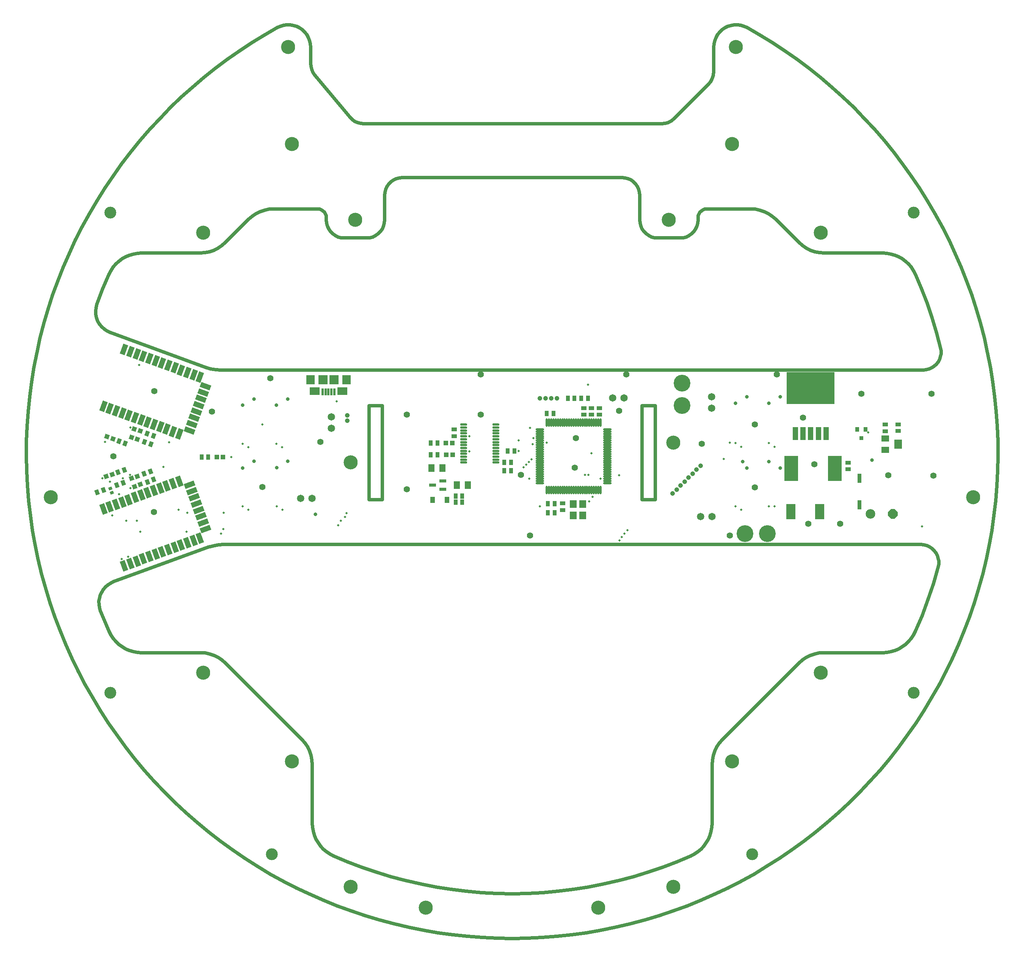
<source format=gts>
G04*
G04 #@! TF.GenerationSoftware,Altium Limited,Altium Designer,18.1.7 (191)*
G04*
G04 Layer_Color=8388736*
%FSLAX42Y42*%
%MOMM*%
G71*
G01*
G75*
%ADD19C,0.80*%
%ADD20R,1.17X0.90*%
%ADD21R,1.75X2.15*%
%ADD22R,1.75X1.45*%
%ADD23R,0.95X2.15*%
%ADD24R,2.15X3.45*%
%ADD25R,3.05X5.55*%
%ADD26R,1.25X2.90*%
%ADD27R,10.65X7.15*%
%ADD28R,0.90X1.17*%
%ADD29R,0.55X1.50*%
%ADD30R,2.25X1.75*%
%ADD31R,1.95X2.05*%
%ADD32R,2.05X2.05*%
G04:AMPARAMS|DCode=33|XSize=0.9mm|YSize=1.17mm|CornerRadius=0mm|HoleSize=0mm|Usage=FLASHONLY|Rotation=20.000|XOffset=0mm|YOffset=0mm|HoleType=Round|Shape=Rectangle|*
%AMROTATEDRECTD33*
4,1,4,-0.22,-0.70,-0.62,0.39,0.22,0.70,0.62,-0.39,-0.22,-0.70,0.0*
%
%ADD33ROTATEDRECTD33*%

%ADD34P,1.41X4X155.0*%
G04:AMPARAMS|DCode=35|XSize=0.9mm|YSize=1.17mm|CornerRadius=0mm|HoleSize=0mm|Usage=FLASHONLY|Rotation=160.000|XOffset=0mm|YOffset=0mm|HoleType=Round|Shape=Rectangle|*
%AMROTATEDRECTD35*
4,1,4,0.62,0.39,0.22,-0.70,-0.62,-0.39,-0.22,0.70,0.62,0.39,0.0*
%
%ADD35ROTATEDRECTD35*%

%ADD36P,1.41X4X115.0*%
G04:AMPARAMS|DCode=37|XSize=0.65mm|YSize=0.8mm|CornerRadius=0mm|HoleSize=0mm|Usage=FLASHONLY|Rotation=110.000|XOffset=0mm|YOffset=0mm|HoleType=Round|Shape=Rectangle|*
%AMROTATEDRECTD37*
4,1,4,0.49,-0.17,-0.26,-0.44,-0.49,0.17,0.26,0.44,0.49,-0.17,0.0*
%
%ADD37ROTATEDRECTD37*%

G04:AMPARAMS|DCode=38|XSize=1.15mm|YSize=2.35mm|CornerRadius=0mm|HoleSize=0mm|Usage=FLASHONLY|Rotation=250.000|XOffset=0mm|YOffset=0mm|HoleType=Round|Shape=Rectangle|*
%AMROTATEDRECTD38*
4,1,4,-0.91,0.94,1.30,0.14,0.91,-0.94,-1.30,-0.14,-0.91,0.94,0.0*
%
%ADD38ROTATEDRECTD38*%

G04:AMPARAMS|DCode=39|XSize=1.15mm|YSize=2.35mm|CornerRadius=0mm|HoleSize=0mm|Usage=FLASHONLY|Rotation=160.000|XOffset=0mm|YOffset=0mm|HoleType=Round|Shape=Rectangle|*
%AMROTATEDRECTD39*
4,1,4,0.94,0.91,0.14,-1.30,-0.94,-0.91,-0.14,1.30,0.94,0.91,0.0*
%
%ADD39ROTATEDRECTD39*%

%ADD40R,1.55X1.75*%
%ADD41R,0.95X0.95*%
%ADD42R,0.95X1.05*%
%ADD43R,1.45X1.67*%
%ADD44R,1.65X0.75*%
%ADD45R,1.00X1.00*%
G04:AMPARAMS|DCode=46|XSize=1.15mm|YSize=2.35mm|CornerRadius=0mm|HoleSize=0mm|Usage=FLASHONLY|Rotation=20.000|XOffset=0mm|YOffset=0mm|HoleType=Round|Shape=Rectangle|*
%AMROTATEDRECTD46*
4,1,4,-0.14,-1.30,-0.94,0.91,0.14,1.30,0.94,-0.91,-0.14,-1.30,0.0*
%
%ADD46ROTATEDRECTD46*%

G04:AMPARAMS|DCode=47|XSize=1.15mm|YSize=2.35mm|CornerRadius=0mm|HoleSize=0mm|Usage=FLASHONLY|Rotation=290.000|XOffset=0mm|YOffset=0mm|HoleType=Round|Shape=Rectangle|*
%AMROTATEDRECTD47*
4,1,4,-1.30,0.14,0.91,0.94,1.30,-0.14,-0.91,-0.94,-1.30,0.14,0.0*
%
%ADD47ROTATEDRECTD47*%

G04:AMPARAMS|DCode=48|XSize=1.55mm|YSize=0.5mm|CornerRadius=0.25mm|HoleSize=0mm|Usage=FLASHONLY|Rotation=180.000|XOffset=0mm|YOffset=0mm|HoleType=Round|Shape=RoundedRectangle|*
%AMROUNDEDRECTD48*
21,1,1.55,0.00,0,0,180.0*
21,1,1.05,0.50,0,0,180.0*
1,1,0.50,-0.53,0.00*
1,1,0.50,0.53,0.00*
1,1,0.50,0.53,0.00*
1,1,0.50,-0.53,0.00*
%
%ADD48ROUNDEDRECTD48*%
%ADD49R,1.06X1.37*%
%ADD50O,1.95X0.45*%
%ADD51O,0.45X1.95*%
%ADD52C,1.05*%
%ADD53C,1.65*%
%ADD54C,2.15*%
%ADD55P,2.33X8X202.5*%
%ADD56C,3.75*%
%ADD57C,2.65*%
%ADD58C,3.15*%
%ADD59C,0.50*%
%ADD60C,1.42*%
%ADD61C,0.80*%
D19*
X14049Y9800D02*
Y11900D01*
X13749D02*
X14049D01*
X13749Y9800D02*
Y11900D01*
Y9800D02*
X14049D01*
X4367Y15480D02*
X4446Y15549D01*
X4280Y15422D02*
X4367Y15480D01*
X4186Y15375D02*
X4280Y15422D01*
X4087Y15342D02*
X4186Y15375D01*
X3984Y15321D02*
X4087Y15342D01*
X3880Y15314D02*
X3984Y15321D01*
X2574Y15314D02*
X3880D01*
X2481Y15309D02*
X2574Y15314D01*
X2391Y15293D02*
X2481Y15309D01*
X2302Y15267D02*
X2391Y15293D01*
X2217Y15231D02*
X2302Y15267D01*
X2137Y15185D02*
X2217Y15231D01*
X2063Y15130D02*
X2137Y15185D01*
X1995Y15067D02*
X2063Y15130D01*
X1936Y14997D02*
X1995Y15067D01*
X1884Y14920D02*
X1936Y14997D01*
X1842Y14838D02*
X1884Y14920D01*
X1703Y14508D02*
X1842Y14838D01*
X1576Y14173D02*
X1703Y14508D01*
X1555Y14097D02*
X1576Y14173D01*
X1547Y14019D02*
X1555Y14097D01*
X1547Y14019D02*
X1550Y13941D01*
X1566Y13865D01*
X1594Y13792D01*
X1633Y13724D01*
X1681Y13662D01*
X1739Y13610D01*
X1804Y13567D01*
X1876Y13534D01*
X4002Y12760D01*
X4113Y12727D01*
X4228Y12707D01*
X4344Y12700D01*
X20027D01*
X20092Y12705D01*
X20156Y12721D01*
X20216Y12748D01*
X20272Y12784D01*
X20320Y12828D01*
X20361Y12880D01*
X20392Y12938D01*
X20414Y13000D01*
X20425Y13064D01*
X20426Y13130D01*
X20415Y13195D02*
X20426Y13130D01*
X20327Y13531D02*
X20415Y13195D01*
X20226Y13864D02*
X20327Y13531D01*
X20114Y14193D02*
X20226Y13864D01*
X19990Y14518D02*
X20114Y14193D01*
X19855Y14838D02*
X19990Y14518D01*
X19813Y14920D02*
X19855Y14838D01*
X19761Y14997D02*
X19813Y14920D01*
X19702Y15067D02*
X19761Y14997D01*
X19634Y15130D02*
X19702Y15067D01*
X19560Y15185D02*
X19634Y15130D01*
X19480Y15231D02*
X19560Y15185D01*
X19395Y15267D02*
X19480Y15231D01*
X19306Y15293D02*
X19395Y15267D01*
X19216Y15309D02*
X19306Y15293D01*
X19123Y15314D02*
X19216Y15309D01*
X17817Y15314D02*
X19123D01*
X17713Y15321D02*
X17817Y15314D01*
X17610Y15342D02*
X17713Y15321D01*
X17511Y15375D02*
X17610Y15342D01*
X17417Y15422D02*
X17511Y15375D01*
X17330Y15480D02*
X17417Y15422D01*
X17251Y15549D02*
X17330Y15480D01*
X16734Y16066D02*
X17251Y15549D01*
X16656Y16135D02*
X16734Y16066D01*
X16569Y16193D02*
X16656Y16135D01*
X16475Y16239D02*
X16569Y16193D01*
X16376Y16273D02*
X16475Y16239D01*
X16273Y16293D02*
X16376Y16273D01*
X16169Y16300D02*
X16273Y16293D01*
X15199Y16300D02*
X16169D01*
X15154Y16295D02*
X15199Y16300D01*
X15112Y16280D02*
X15154Y16295D01*
X15074Y16256D02*
X15112Y16280D01*
X15042Y16225D02*
X15074Y16256D01*
X15018Y16187D02*
X15042Y16225D01*
X15004Y16145D02*
X15018Y16187D01*
X14999Y16100D02*
X15004Y16145D01*
X14999Y16050D02*
Y16100D01*
X14992Y15981D02*
X14999Y16050D01*
X14974Y15913D02*
X14992Y15981D01*
X14945Y15850D02*
X14974Y15913D01*
X14905Y15793D02*
X14945Y15850D01*
X14856Y15744D02*
X14905Y15793D01*
X14799Y15704D02*
X14856Y15744D01*
X14735Y15674D02*
X14799Y15704D01*
X14668Y15656D02*
X14735Y15674D01*
X14599Y15650D02*
X14668Y15656D01*
X14099Y15650D02*
X14599D01*
X14029Y15656D02*
X14099Y15650D01*
X13962Y15674D02*
X14029Y15656D01*
X13899Y15704D02*
X13962Y15674D01*
X13841Y15744D02*
X13899Y15704D01*
X13792Y15793D02*
X13841Y15744D01*
X13752Y15850D02*
X13792Y15793D01*
X13723Y15913D02*
X13752Y15850D01*
X13705Y15981D02*
X13723Y15913D01*
X13699Y16050D02*
X13705Y15981D01*
X13699Y16050D02*
Y16600D01*
X13692Y16669D02*
X13699Y16600D01*
X13674Y16737D02*
X13692Y16669D01*
X13645Y16800D02*
X13674Y16737D01*
X13605Y16857D02*
X13645Y16800D01*
X13556Y16906D02*
X13605Y16857D01*
X13499Y16946D02*
X13556Y16906D01*
X13435Y16976D02*
X13499Y16946D01*
X13368Y16994D02*
X13435Y16976D01*
X13299Y17000D02*
X13368Y16994D01*
X8399Y17000D02*
X13299D01*
X8329Y16994D02*
X8399Y17000D01*
X8262Y16976D02*
X8329Y16994D01*
X8199Y16946D02*
X8262Y16976D01*
X8141Y16906D02*
X8199Y16946D01*
X8092Y16857D02*
X8141Y16906D01*
X8052Y16800D02*
X8092Y16857D01*
X8023Y16737D02*
X8052Y16800D01*
X8005Y16669D02*
X8023Y16737D01*
X7999Y16600D02*
X8005Y16669D01*
X7999Y16050D02*
Y16600D01*
X7992Y15981D02*
X7999Y16050D01*
X7974Y15913D02*
X7992Y15981D01*
X7945Y15850D02*
X7974Y15913D01*
X7905Y15793D02*
X7945Y15850D01*
X7856Y15744D02*
X7905Y15793D01*
X7799Y15704D02*
X7856Y15744D01*
X7735Y15674D02*
X7799Y15704D01*
X7668Y15656D02*
X7735Y15674D01*
X7599Y15650D02*
X7668Y15656D01*
X7099Y15650D02*
X7599D01*
X7029Y15656D02*
X7099Y15650D01*
X6962Y15674D02*
X7029Y15656D01*
X6899Y15704D02*
X6962Y15674D01*
X6841Y15744D02*
X6899Y15704D01*
X6792Y15793D02*
X6841Y15744D01*
X6752Y15850D02*
X6792Y15793D01*
X6723Y15913D02*
X6752Y15850D01*
X6705Y15981D02*
X6723Y15913D01*
X6699Y16050D02*
X6705Y15981D01*
X6699Y16050D02*
Y16100D01*
X6693Y16145D02*
X6699Y16100D01*
X6679Y16187D02*
X6693Y16145D01*
X6655Y16225D02*
X6679Y16187D01*
X6623Y16256D02*
X6655Y16225D01*
X6585Y16280D02*
X6623Y16256D01*
X6543Y16295D02*
X6585Y16280D01*
X6499Y16300D02*
X6543Y16295D01*
X5528Y16300D02*
X6499D01*
X5424Y16293D02*
X5528Y16300D01*
X5321Y16273D02*
X5424Y16293D01*
X5222Y16239D02*
X5321Y16273D01*
X5128Y16193D02*
X5222Y16239D01*
X5041Y16135D02*
X5128Y16193D01*
X4963Y16066D02*
X5041Y16135D01*
X4446Y15549D02*
X4963Y16066D01*
X1883Y7940D02*
X1948Y7970D01*
X1822Y7901D02*
X1883Y7940D01*
X1767Y7854D02*
X1822Y7901D01*
X1720Y7800D02*
X1767Y7854D01*
X1681Y7739D02*
X1720Y7800D01*
X1651Y7674D02*
X1681Y7739D01*
X1630Y7604D02*
X1651Y7674D01*
X1620Y7533D02*
X1630Y7604D01*
X1620Y7533D02*
X1621Y7461D01*
X1632Y7390D01*
X1653Y7321D01*
X1842Y6862D01*
X1884Y6780D01*
X1936Y6703D01*
X1995Y6633D01*
X2063Y6570D01*
X2137Y6515D01*
X2217Y6469D01*
X2302Y6433D01*
X2391Y6407D01*
X2481Y6391D01*
X2574Y6386D01*
X3880D01*
X3984Y6379D01*
X4087Y6358D01*
X4186Y6325D01*
X4280Y6278D01*
X4367Y6220D01*
X4446Y6151D01*
X6150Y4447D01*
X6219Y4368D01*
X6277Y4281D01*
X6323Y4188D01*
X6357Y4088D01*
X6377Y3986D01*
X6384Y3881D01*
Y2575D02*
Y3881D01*
Y2575D02*
X6389Y2483D01*
X6405Y2392D01*
X6432Y2304D01*
X6468Y2219D01*
X6514Y2139D01*
X6568Y2064D01*
X6631Y1997D01*
X6701Y1937D01*
X6778Y1886D01*
X6860Y1844D01*
X7175Y1710D01*
X7495Y1588D01*
X7819Y1478D01*
X8146Y1378D01*
X8477Y1290D01*
X8810Y1213D01*
X9146Y1148D01*
X9484Y1095D01*
X9824Y1053D01*
X10165Y1024D01*
X10506Y1006D01*
X10849Y1000D01*
X11191Y1006D01*
X11532Y1024D01*
X11873Y1053D01*
X12213Y1095D01*
X12551Y1148D01*
X12887Y1213D01*
X13220Y1290D01*
X13551Y1378D01*
X13878Y1478D01*
X14202Y1588D01*
X14522Y1710D01*
X14837Y1844D01*
X14919Y1886D01*
X14996Y1937D01*
X15066Y1997D01*
X15129Y2064D01*
X15183Y2139D01*
X15229Y2219D01*
X15265Y2304D01*
X15292Y2392D01*
X15308Y2483D01*
X15313Y2575D01*
Y3881D01*
X15320Y3986D01*
X15340Y4088D01*
X15374Y4188D01*
X15420Y4281D01*
X15478Y4368D01*
X15547Y4447D01*
X17251Y6151D01*
X17330Y6220D01*
X17417Y6278D01*
X17511Y6325D01*
X17610Y6358D01*
X17713Y6379D01*
X17817Y6386D01*
X19123D01*
X19216Y6391D01*
X19306Y6407D01*
X19395Y6433D01*
X19480Y6469D01*
X19560Y6515D01*
X19634Y6570D01*
X19702Y6633D01*
X19761Y6703D01*
X19813Y6780D01*
X19855Y6862D01*
X20002Y7213D01*
X20136Y7569D01*
X20256Y7931D01*
X20362Y8296D01*
X20374Y8362D01*
X20374Y8428D01*
X20364Y8494D02*
X20374Y8428D01*
X20343Y8557D02*
X20364Y8494D01*
X20312Y8616D02*
X20343Y8557D01*
X20271Y8669D02*
X20312Y8616D01*
X20223Y8714D02*
X20271Y8669D01*
X20167Y8751D02*
X20223Y8714D01*
X20106Y8778D02*
X20167Y8751D01*
X20042Y8794D02*
X20106Y8778D01*
X19975Y8800D02*
X20042Y8794D01*
X4406Y8800D02*
X19975D01*
X4290Y8793D02*
X4406Y8800D01*
X4176Y8773D02*
X4290Y8793D01*
X4064Y8740D02*
X4176Y8773D01*
X1948Y7970D02*
X4064Y8740D01*
X7649Y11900D02*
X7949D01*
X7649Y9800D02*
Y11900D01*
Y9800D02*
X7949D01*
Y11900D01*
X5607Y20350D02*
X5674Y20381D01*
X5745Y20401D01*
X5819Y20411D01*
X5893Y20410D01*
X5966Y20398D01*
X6036Y20376D01*
X6103Y20343D01*
X6163Y20300D01*
X6217Y20250D01*
X6263Y20192D01*
X6300Y20127D01*
X6327Y20058D01*
X6343Y19986D01*
X6349Y19912D01*
Y19545D02*
Y19912D01*
Y19545D02*
X6355Y19476D01*
X6372Y19409D01*
X6402Y19346D01*
X6441Y19289D01*
X7229Y18344D01*
X7278Y18294D01*
X7335Y18254D01*
X7399Y18224D01*
X7466Y18206D01*
X7536Y18200D01*
X14183D01*
X14261Y18208D01*
X14336Y18230D01*
X14405Y18267D01*
X14466Y18317D01*
X15231Y19083D01*
X15281Y19143D01*
X15318Y19213D01*
X15341Y19288D01*
X15349Y19366D01*
Y19912D01*
X15354Y19986D01*
X15370Y20058D01*
X15397Y20127D01*
X15434Y20192D01*
X15480Y20250D01*
X15534Y20300D01*
X15594Y20343D01*
X15661Y20376D01*
X15731Y20398D01*
X15804Y20410D01*
X15878Y20411D01*
X15952Y20401D01*
X16023Y20381D01*
X16090Y20350D01*
X16379Y20185D01*
X16663Y20011D01*
X16941Y19828D01*
X17213Y19637D01*
X17480Y19438D01*
X17740Y19231D01*
X17993Y19015D01*
X18240Y18792D01*
X18481Y18562D01*
X18713Y18324D01*
X18939Y18080D01*
X19157Y17828D01*
X19367Y17570D01*
X19569Y17306D01*
X19763Y17035D01*
X19948Y16759D01*
X20125Y16477D01*
X20293Y16190D01*
X20453Y15898D01*
X20603Y15601D01*
X20744Y15300D01*
X20876Y14994D01*
X20998Y14685D01*
X21111Y14372D01*
X21214Y14056D01*
X21308Y13736D01*
X21391Y13414D01*
X21465Y13090D01*
X21528Y12763D01*
X21582Y12435D01*
X21626Y12105D01*
X21659Y11774D01*
X21682Y11442D01*
X21695Y11109D01*
X21698Y10777D01*
X21691Y10444D02*
X21698Y10777D01*
X21673Y10112D02*
X21691Y10444D01*
X21646Y9780D02*
X21673Y10112D01*
X21608Y9450D02*
X21646Y9780D01*
X21560Y9120D02*
X21608Y9450D01*
X21502Y8793D02*
X21560Y9120D01*
X21434Y8467D02*
X21502Y8793D01*
X21356Y8144D02*
X21434Y8467D01*
X21268Y7823D02*
X21356Y8144D01*
X21170Y7505D02*
X21268Y7823D01*
X21062Y7190D02*
X21170Y7505D01*
X20945Y6878D02*
X21062Y7190D01*
X20819Y6571D02*
X20945Y6878D01*
X20683Y6267D02*
X20819Y6571D01*
X20538Y5968D02*
X20683Y6267D01*
X20384Y5673D02*
X20538Y5968D01*
X20220Y5383D02*
X20384Y5673D01*
X20048Y5098D02*
X20220Y5383D01*
X19868Y4819D02*
X20048Y5098D01*
X19678Y4545D02*
X19868Y4819D01*
X19481Y4277D02*
X19678Y4545D01*
X19275Y4015D02*
X19481Y4277D01*
X19062Y3760D02*
X19275Y4015D01*
X18841Y3512D02*
X19062Y3760D01*
X18612Y3270D02*
X18841Y3512D01*
X18376Y3036D02*
X18612Y3270D01*
X18133Y2809D02*
X18376Y3036D01*
X17883Y2589D02*
X18133Y2809D01*
X17626Y2377D02*
X17883Y2589D01*
X17363Y2173D02*
X17626Y2377D01*
X17094Y1978D02*
X17363Y2173D01*
X16819Y1790D02*
X17094Y1978D01*
X16538Y1612D02*
X16819Y1790D01*
X16252Y1441D02*
X16538Y1612D01*
X15961Y1280D02*
X16252Y1441D01*
X15665Y1128D02*
X15961Y1280D01*
X15365Y985D02*
X15665Y1128D01*
X15060Y851D02*
X15365Y985D01*
X14752Y726D02*
X15060Y851D01*
X14440Y612D02*
X14752Y726D01*
X14124Y506D02*
X14440Y612D01*
X13805Y411D02*
X14124Y506D01*
X13484Y325D02*
X13805Y411D01*
X13160Y249D02*
X13484Y325D01*
X12834Y183D02*
X13160Y249D01*
X12506Y127D02*
X12834Y183D01*
X12176Y82D02*
X12506Y127D01*
X11845Y46D02*
X12176Y82D01*
X11514Y20D02*
X11845Y46D01*
X11181Y5D02*
X11514Y20D01*
X10849Y-0D02*
X11181Y5D01*
X10516D02*
X10849Y-0D01*
X10183Y20D02*
X10516Y5D01*
X9852Y46D02*
X10183Y20D01*
X9521Y82D02*
X9852Y46D01*
X9191Y127D02*
X9521Y82D01*
X8863Y183D02*
X9191Y127D01*
X8537Y249D02*
X8863Y183D01*
X8213Y325D02*
X8537Y249D01*
X7892Y411D02*
X8213Y325D01*
X7573Y506D02*
X7892Y411D01*
X7257Y612D02*
X7573Y506D01*
X6945Y726D02*
X7257Y612D01*
X6637Y851D02*
X6945Y726D01*
X6332Y985D02*
X6637Y851D01*
X6032Y1128D02*
X6332Y985D01*
X5736Y1280D02*
X6032Y1128D01*
X5445Y1441D02*
X5736Y1280D01*
X5159Y1612D02*
X5445Y1441D01*
X4878Y1790D02*
X5159Y1612D01*
X4603Y1978D02*
X4878Y1790D01*
X4334Y2173D02*
X4603Y1978D01*
X4071Y2377D02*
X4334Y2173D01*
X3814Y2589D02*
X4071Y2377D01*
X3564Y2809D02*
X3814Y2589D01*
X3321Y3036D02*
X3564Y2809D01*
X3085Y3270D02*
X3321Y3036D01*
X2856Y3512D02*
X3085Y3270D01*
X2635Y3760D02*
X2856Y3512D01*
X2422Y4015D02*
X2635Y3760D01*
X2216Y4277D02*
X2422Y4015D01*
X2019Y4545D02*
X2216Y4277D01*
X1829Y4819D02*
X2019Y4545D01*
X1649Y5098D02*
X1829Y4819D01*
X1477Y5383D02*
X1649Y5098D01*
X1313Y5673D02*
X1477Y5383D01*
X1159Y5968D02*
X1313Y5673D01*
X1014Y6267D02*
X1159Y5968D01*
X878Y6571D02*
X1014Y6267D01*
X752Y6878D02*
X878Y6571D01*
X635Y7190D02*
X752Y6878D01*
X527Y7505D02*
X635Y7190D01*
X429Y7823D02*
X527Y7505D01*
X341Y8144D02*
X429Y7823D01*
X263Y8467D02*
X341Y8144D01*
X195Y8793D02*
X263Y8467D01*
X137Y9120D02*
X195Y8793D01*
X89Y9450D02*
X137Y9120D01*
X51Y9780D02*
X89Y9450D01*
X24Y10112D02*
X51Y9780D01*
X6Y10444D02*
X24Y10112D01*
X-1Y10777D02*
X6Y10444D01*
X-1Y10777D02*
X2Y11109D01*
X15Y11442D01*
X38Y11774D01*
X71Y12105D01*
X115Y12435D01*
X169Y12763D01*
X232Y13090D01*
X306Y13414D01*
X389Y13736D01*
X483Y14056D01*
X586Y14372D01*
X699Y14685D01*
X821Y14994D01*
X953Y15300D01*
X1094Y15601D01*
X1244Y15898D01*
X1404Y16190D01*
X1572Y16477D01*
X1749Y16759D01*
X1934Y17035D01*
X2128Y17306D01*
X2330Y17570D01*
X2540Y17828D01*
X2758Y18080D01*
X2984Y18324D01*
X3216Y18562D01*
X3457Y18792D01*
X3704Y19015D01*
X3957Y19231D01*
X4217Y19438D01*
X4484Y19637D01*
X4756Y19828D01*
X5034Y20011D01*
X5318Y20185D01*
X5607Y20350D01*
X14049Y9800D02*
Y11900D01*
X13749D02*
X14049D01*
X13749Y9800D02*
Y11900D01*
Y9800D02*
X14049D01*
X7649Y11900D02*
X7949D01*
X7649Y9800D02*
Y11900D01*
Y9800D02*
X7949D01*
Y11900D01*
D20*
X19475Y11479D02*
D03*
Y11332D02*
D03*
X19185Y11477D02*
D03*
Y11329D02*
D03*
X18352Y10624D02*
D03*
Y10476D02*
D03*
X11975Y9566D02*
D03*
Y9714D02*
D03*
X9555Y11365D02*
D03*
Y11217D02*
D03*
X12800Y11846D02*
D03*
Y11698D02*
D03*
X12622Y11846D02*
D03*
Y11698D02*
D03*
X12450Y11846D02*
D03*
Y11698D02*
D03*
D21*
X19475Y11038D02*
D03*
D22*
X19185Y11162D02*
D03*
Y10912D02*
D03*
D23*
X18610Y10280D02*
D03*
Y9680D02*
D03*
D24*
X17080Y9530D02*
D03*
X17720D02*
D03*
D25*
X18055Y10497D02*
D03*
X17085D02*
D03*
D26*
X17520Y11278D02*
D03*
X17862D02*
D03*
X17691D02*
D03*
X17349D02*
D03*
X17178D02*
D03*
D27*
X17520Y12290D02*
D03*
D28*
X12396Y12066D02*
D03*
X12544D02*
D03*
X12096Y12065D02*
D03*
X12244D02*
D03*
X9183Y11062D02*
D03*
X9035D02*
D03*
X9183Y10802D02*
D03*
X9035D02*
D03*
X10752Y10890D02*
D03*
X10900D02*
D03*
X10678Y10630D02*
D03*
X10826D02*
D03*
X4063Y10752D02*
D03*
X3915D02*
D03*
X11651Y9710D02*
D03*
X11799D02*
D03*
X10676Y10450D02*
D03*
X10824D02*
D03*
X9739Y9875D02*
D03*
X9591D02*
D03*
Y9740D02*
D03*
X9739D02*
D03*
X11626Y11725D02*
D03*
X11774D02*
D03*
X11799Y9510D02*
D03*
X11651D02*
D03*
D29*
X6880Y12207D02*
D03*
X6815D02*
D03*
X6750D02*
D03*
X6685Y12207D02*
D03*
X6620Y12207D02*
D03*
D30*
X6440Y12220D02*
D03*
X7060D02*
D03*
D31*
X6350Y12475D02*
D03*
X7150D02*
D03*
D32*
X6870D02*
D03*
X6630D02*
D03*
D33*
X2025Y10122D02*
D03*
X2165Y10173D02*
D03*
X2775Y10429D02*
D03*
X2636Y10379D02*
D03*
X2843Y10247D02*
D03*
X2704Y10196D02*
D03*
X2189Y10462D02*
D03*
X2050Y10412D02*
D03*
X1583Y9965D02*
D03*
X1722Y10015D02*
D03*
D34*
X2481Y10321D02*
D03*
X2349Y10274D02*
D03*
X2548Y10139D02*
D03*
X2416Y10091D02*
D03*
X1789Y10315D02*
D03*
X1921Y10363D02*
D03*
D35*
X2210Y11057D02*
D03*
X2070Y11108D02*
D03*
X2780Y11038D02*
D03*
X2640Y11089D02*
D03*
X2842Y11222D02*
D03*
X2703Y11272D02*
D03*
D36*
X2481Y11147D02*
D03*
X2349Y11195D02*
D03*
X1938Y11156D02*
D03*
X1806Y11204D02*
D03*
X2546Y11331D02*
D03*
X2414Y11378D02*
D03*
D37*
X1914Y9957D02*
D03*
X1881Y10048D02*
D03*
D38*
X4005Y12334D02*
D03*
X3800Y11770D02*
D03*
X3646Y11347D02*
D03*
X3851Y11911D02*
D03*
X3902Y12052D02*
D03*
X3954Y12193D02*
D03*
X3697Y11488D02*
D03*
X3748Y11629D02*
D03*
D39*
X3416Y11271D02*
D03*
X2993Y11425D02*
D03*
X2852Y11476D02*
D03*
X2429Y11630D02*
D03*
X2288Y11681D02*
D03*
X1865Y11835D02*
D03*
X1724Y11887D02*
D03*
X2711Y11528D02*
D03*
X3134Y11374D02*
D03*
X3275Y11322D02*
D03*
X2006Y11784D02*
D03*
X2147Y11733D02*
D03*
X2570Y11579D02*
D03*
X3878Y12540D02*
D03*
X3455Y12693D02*
D03*
X3314Y12745D02*
D03*
X2891Y12899D02*
D03*
X2750Y12950D02*
D03*
X2327Y13104D02*
D03*
X2186Y13155D02*
D03*
X3173Y12796D02*
D03*
X3596Y12642D02*
D03*
X3737Y12591D02*
D03*
X2468Y13053D02*
D03*
X2609Y13001D02*
D03*
X3032Y12847D02*
D03*
D40*
X12430Y9445D02*
D03*
X12220D02*
D03*
Y9705D02*
D03*
X12430D02*
D03*
D41*
X18650Y11170D02*
D03*
D42*
X18555Y11370D02*
D03*
X18745Y11370D02*
D03*
D43*
X9293Y10505D02*
D03*
X9047D02*
D03*
X9865Y10125D02*
D03*
X9619D02*
D03*
D44*
X9305Y10030D02*
D03*
Y10220D02*
D03*
X9075Y10125D02*
D03*
D45*
X9515Y11062D02*
D03*
X9375D02*
D03*
X9520Y10800D02*
D03*
X9380D02*
D03*
X4397Y10752D02*
D03*
X4257Y10752D02*
D03*
D46*
X2570Y9900D02*
D03*
X2147Y9746D02*
D03*
X2006Y9695D02*
D03*
X3275Y10157D02*
D03*
X3134Y10105D02*
D03*
X2711Y9951D02*
D03*
X1724Y9592D02*
D03*
X1865Y9643D02*
D03*
X2288Y9797D02*
D03*
X2429Y9849D02*
D03*
X2852Y10003D02*
D03*
X2993Y10054D02*
D03*
X3416Y10208D02*
D03*
X3032Y8631D02*
D03*
X2609Y8478D02*
D03*
X2468Y8426D02*
D03*
X3737Y8888D02*
D03*
X3596Y8837D02*
D03*
X3173Y8683D02*
D03*
X2186Y8324D02*
D03*
X2327Y8375D02*
D03*
X2750Y8529D02*
D03*
X2891Y8580D02*
D03*
X3314Y8734D02*
D03*
X3455Y8785D02*
D03*
X3878Y8939D02*
D03*
D47*
X3902Y9427D02*
D03*
X3954Y9286D02*
D03*
X3697Y9991D02*
D03*
X3748Y9850D02*
D03*
X3800Y9709D02*
D03*
X4005Y9145D02*
D03*
X3851Y9568D02*
D03*
X3646Y10132D02*
D03*
D48*
X10490Y10630D02*
D03*
Y10695D02*
D03*
Y10760D02*
D03*
Y10825D02*
D03*
Y10890D02*
D03*
Y10955D02*
D03*
Y11020D02*
D03*
Y11085D02*
D03*
Y11150D02*
D03*
Y11215D02*
D03*
Y11280D02*
D03*
Y11345D02*
D03*
Y11410D02*
D03*
Y11475D02*
D03*
X9770Y10630D02*
D03*
Y10695D02*
D03*
X9770Y10760D02*
D03*
X9770Y10825D02*
D03*
Y10890D02*
D03*
X9770Y10955D02*
D03*
X9770Y11020D02*
D03*
Y11085D02*
D03*
Y11150D02*
D03*
Y11215D02*
D03*
Y11280D02*
D03*
Y11345D02*
D03*
Y11410D02*
D03*
Y11475D02*
D03*
D49*
X9073Y9790D02*
D03*
X9400D02*
D03*
D50*
X11470Y11370D02*
D03*
Y11320D02*
D03*
Y11270D02*
D03*
Y11220D02*
D03*
Y11170D02*
D03*
Y11120D02*
D03*
Y11070D02*
D03*
Y11020D02*
D03*
Y10970D02*
D03*
Y10920D02*
D03*
Y10870D02*
D03*
Y10820D02*
D03*
Y10770D02*
D03*
Y10720D02*
D03*
Y10670D02*
D03*
Y10620D02*
D03*
Y10570D02*
D03*
Y10520D02*
D03*
Y10470D02*
D03*
Y10420D02*
D03*
Y10370D02*
D03*
Y10320D02*
D03*
Y10270D02*
D03*
Y10220D02*
D03*
Y10170D02*
D03*
X12980D02*
D03*
Y10220D02*
D03*
Y10270D02*
D03*
Y10320D02*
D03*
Y10370D02*
D03*
Y10420D02*
D03*
Y10470D02*
D03*
Y10520D02*
D03*
Y10570D02*
D03*
Y10620D02*
D03*
Y10670D02*
D03*
Y10720D02*
D03*
Y10770D02*
D03*
Y10820D02*
D03*
Y10870D02*
D03*
Y10920D02*
D03*
Y10970D02*
D03*
Y11020D02*
D03*
Y11070D02*
D03*
Y11120D02*
D03*
Y11170D02*
D03*
Y11220D02*
D03*
Y11270D02*
D03*
Y11320D02*
D03*
Y11370D02*
D03*
D51*
X11625Y10015D02*
D03*
X11675D02*
D03*
X11725D02*
D03*
X11775D02*
D03*
X11825D02*
D03*
X11875D02*
D03*
X11925D02*
D03*
X11975D02*
D03*
X12025D02*
D03*
X12075D02*
D03*
X12125D02*
D03*
X12175D02*
D03*
X12225D02*
D03*
X12275D02*
D03*
X12325D02*
D03*
X12375D02*
D03*
X12425D02*
D03*
X12475D02*
D03*
X12525D02*
D03*
X12575D02*
D03*
X12625D02*
D03*
X12675D02*
D03*
X12725D02*
D03*
X12775D02*
D03*
X12825D02*
D03*
Y11525D02*
D03*
X12775D02*
D03*
X12725D02*
D03*
X12675D02*
D03*
X12625D02*
D03*
X12575D02*
D03*
X12525D02*
D03*
X12475D02*
D03*
X12425D02*
D03*
X12375D02*
D03*
X12325D02*
D03*
X12275D02*
D03*
X12225D02*
D03*
X12175D02*
D03*
X12125D02*
D03*
X12075D02*
D03*
X12025D02*
D03*
X11975D02*
D03*
X11925D02*
D03*
X11875D02*
D03*
X11825D02*
D03*
X11775D02*
D03*
X11725D02*
D03*
X11675D02*
D03*
X11625D02*
D03*
D52*
X11475Y12065D02*
D03*
X11600D02*
D03*
X11850D02*
D03*
X11725D02*
D03*
X14880Y10380D02*
D03*
X14792Y10292D02*
D03*
X14968Y10468D02*
D03*
X15057Y10557D02*
D03*
X14703Y10203D02*
D03*
X14615Y10115D02*
D03*
X14438Y9938D02*
D03*
X14526Y10026D02*
D03*
X7168Y11685D02*
D03*
Y11560D02*
D03*
D53*
X13096Y12072D02*
D03*
X13350D02*
D03*
X15312Y9425D02*
D03*
X15058D02*
D03*
X15310Y12097D02*
D03*
Y11843D02*
D03*
X6382Y9825D02*
D03*
X6128D02*
D03*
X6815Y11652D02*
D03*
Y11398D02*
D03*
D54*
X18850Y9480D02*
D03*
D55*
X19350D02*
D03*
D56*
X16055Y9040D02*
D03*
X16555D02*
D03*
X14643Y12405D02*
D03*
Y11905D02*
D03*
D57*
X5486Y1881D02*
D03*
X19818Y5487D02*
D03*
X1879D02*
D03*
Y16213D02*
D03*
X19818D02*
D03*
X16211Y1881D02*
D03*
D58*
X547Y9850D02*
D03*
X7249Y1146D02*
D03*
X8924Y681D02*
D03*
X5849Y19912D02*
D03*
X3954Y15764D02*
D03*
Y5936D02*
D03*
X17743Y15764D02*
D03*
X15763Y17744D02*
D03*
X14349Y16050D02*
D03*
X5934Y3956D02*
D03*
X7349Y16050D02*
D03*
X5934Y17744D02*
D03*
X7249Y10630D02*
D03*
X14449Y11070D02*
D03*
X17743Y5936D02*
D03*
X15763Y3956D02*
D03*
X21150Y9850D02*
D03*
X15849Y19912D02*
D03*
X12774Y681D02*
D03*
X14449Y1146D02*
D03*
D59*
X18800Y11300D02*
D03*
X1921Y9450D02*
D03*
X2550Y9079D02*
D03*
X5275Y11475D02*
D03*
X20009Y9200D02*
D03*
X4404Y9141D02*
D03*
X12545Y12370D02*
D03*
X13360Y9040D02*
D03*
X13302Y8962D02*
D03*
X12557Y10350D02*
D03*
X12475D02*
D03*
X13240Y10347D02*
D03*
X13423Y9115D02*
D03*
X13250Y8888D02*
D03*
X15575Y10707D02*
D03*
X6930Y11997D02*
D03*
X16712Y9653D02*
D03*
X11225Y10640D02*
D03*
X11285Y10703D02*
D03*
X11165Y10582D02*
D03*
X11110Y10520D02*
D03*
X11230Y10270D02*
D03*
X11000Y10890D02*
D03*
X12825Y10267D02*
D03*
X1700Y10280D02*
D03*
X2070Y9920D02*
D03*
X1760Y11090D02*
D03*
X2520Y12810D02*
D03*
X7150Y9497D02*
D03*
X12650Y9860D02*
D03*
X12575Y9760D02*
D03*
X11475Y9650D02*
D03*
X2475Y9325D02*
D03*
X11620Y11070D02*
D03*
X11250Y11400D02*
D03*
X11310Y11040D02*
D03*
X11330Y11170D02*
D03*
X12625Y10835D02*
D03*
X4964Y10971D02*
D03*
X3060Y10530D02*
D03*
X3600Y9510D02*
D03*
X3190Y11080D02*
D03*
X4837Y11043D02*
D03*
X7115Y9410D02*
D03*
X6970Y9230D02*
D03*
X7025Y9325D02*
D03*
X4350Y9043D02*
D03*
X3400Y9570D02*
D03*
X4406Y9510D02*
D03*
X2161Y10279D02*
D03*
X3580Y9080D02*
D03*
X1874Y10197D02*
D03*
X2325Y11411D02*
D03*
X4575Y10750D02*
D03*
X2236Y9325D02*
D03*
X2275Y8525D02*
D03*
X2131Y8474D02*
D03*
X11000Y11125D02*
D03*
X5721Y9575D02*
D03*
X5594Y9650D02*
D03*
X4964Y9575D02*
D03*
X4837Y9650D02*
D03*
X2326Y10058D02*
D03*
X2319Y10356D02*
D03*
X15963Y10981D02*
D03*
X9899Y11220D02*
D03*
Y10880D02*
D03*
X5713Y10970D02*
D03*
X5586Y11043D02*
D03*
X16713Y10980D02*
D03*
X15837Y11062D02*
D03*
X16587Y11060D02*
D03*
X15710Y11070D02*
D03*
X16587Y9650D02*
D03*
X15964Y9575D02*
D03*
X15837Y9650D02*
D03*
D60*
X10150Y12595D02*
D03*
X13400D02*
D03*
X16761Y12600D02*
D03*
X15710Y8997D02*
D03*
X17466Y9257D02*
D03*
X18175D02*
D03*
X20256Y10338D02*
D03*
X20216Y12161D02*
D03*
X19250Y10347D02*
D03*
X18650Y12161D02*
D03*
X17600Y10591D02*
D03*
X16269Y10076D02*
D03*
X16272Y11475D02*
D03*
X15084Y11050D02*
D03*
X13240Y11784D02*
D03*
X11047Y10350D02*
D03*
X12277Y11170D02*
D03*
X12250Y10510D02*
D03*
X11250Y8997D02*
D03*
X10150Y11702D02*
D03*
X8500Y10031D02*
D03*
Y11702D02*
D03*
X1947Y10770D02*
D03*
X5450Y12508D02*
D03*
X5273Y10085D02*
D03*
X6565Y11091D02*
D03*
X2850Y9519D02*
D03*
X2860Y12220D02*
D03*
X4151Y11770D02*
D03*
X17349Y11629D02*
D03*
D61*
X18890Y10682D02*
D03*
X5090Y10656D02*
D03*
X16000Y10645D02*
D03*
X16091Y10507D02*
D03*
X16587Y11955D02*
D03*
X16090Y12100D02*
D03*
X5838Y10655D02*
D03*
X15843Y11955D02*
D03*
X16843Y12100D02*
D03*
X6460Y9475D02*
D03*
X4837Y10508D02*
D03*
X5594Y10510D02*
D03*
X5586Y11908D02*
D03*
X5840Y12048D02*
D03*
X5091Y12050D02*
D03*
X4837Y11908D02*
D03*
X16588Y10647D02*
D03*
X16840Y10507D02*
D03*
M02*

</source>
